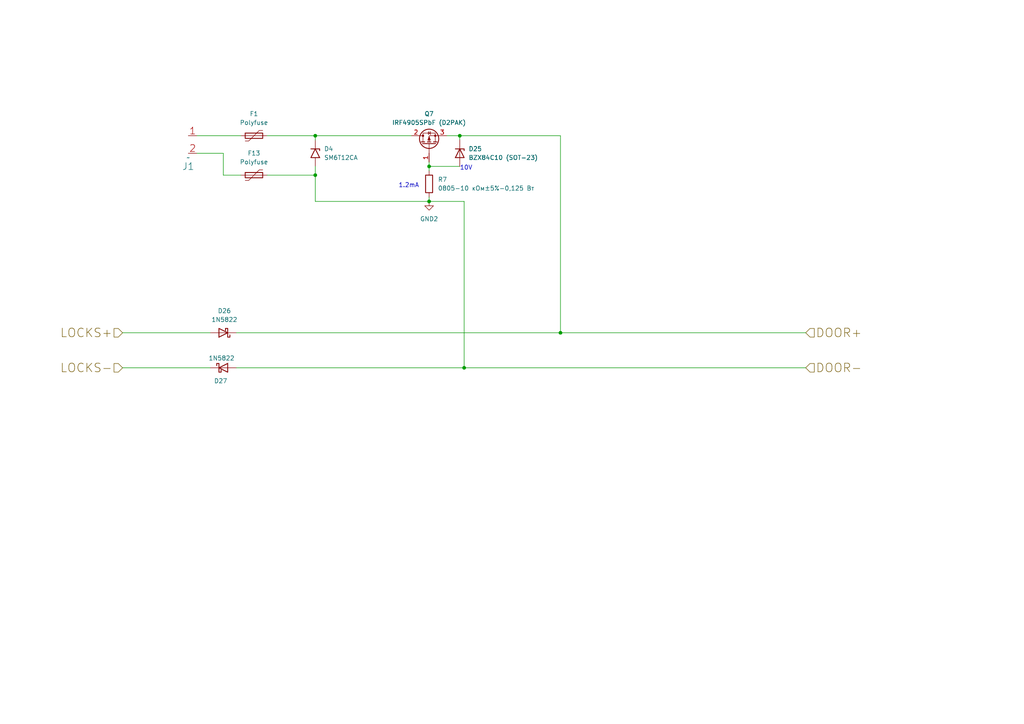
<source format=kicad_sch>
(kicad_sch (version 20231120) (generator "eeschema") (generator_version "8.0")
  (paper "A4")
  (lib_symbols
    (symbol "Connector:Conn_01x02_(wide)"
      (property "Reference" "J" (at 0 0 0))
      (symbol "Conn_01x02_(wide)_1_1"
        (pin input line (at -2.54 -5.08 0) (length 2.54) (name "") (number "1"))
        (pin input line (at -2.54 -10.16 0) (length 2.54) (name "") (number "2"))
      )
    )
    (symbol "Device:Polyfuse" (pin_numbers hide) (pin_names (offset 0))
      (property "Reference" "F" (at -2.54 0 90))
      (property "Value" "Polyfuse" (at 2.54 0 90))
      (symbol "Polyfuse_0_1"
        (rectangle (start -0.762 2.54) (end 0.762 -2.54) (stroke (width 0.254)))
        (polyline (pts (xy 0 2.54) (xy 0 -2.54)))
        (polyline (pts (xy -1.524 2.54) (xy -1.524 1.524) (xy 1.524 -1.524) (xy 1.524 -2.54)))
      )
      (symbol "Polyfuse_1_1"
        (pin passive line (at 0 3.81 270) (length 1.27) (name "~") (number "1"))
        (pin passive line (at 0 -3.81 90) (length 1.27) (name "~") (number "2"))
      )
    )
    (symbol "Device:R" (pin_numbers hide) (pin_names (offset 0))
      (property "Reference" "R" (at 2.032 0 90))
      (property "Value" "R" (at 0 0 90))
      (symbol "R_0_1"
        (rectangle (start -1.016 -2.54) (end 1.016 2.54) (stroke (width 0.254)))
      )
      (symbol "R_1_1"
        (pin passive line (at 0 3.81 270) (length 1.27) (name "~") (number "1"))
        (pin passive line (at 0 -3.81 90) (length 1.27) (name "~") (number "2"))
      )
    )
    (symbol "Diode:1N5822" (pin_numbers hide) (pin_names (offset 1.016) hide)
      (property "Reference" "D" (at 0 2.54 0))
      (property "Value" "1N5822" (at 0 -2.54 0))
      (symbol "1N5822_0_1"
        (polyline (pts (xy 1.27 0) (xy -1.27 0)))
        (polyline (pts (xy 1.27 1.27) (xy 1.27 -1.27) (xy -1.27 0) (xy 1.27 1.27)) (stroke (width 0.254)))
        (polyline (pts (xy -1.905 0.635) (xy -1.905 1.27) (xy -1.27 1.27) (xy -1.27 -1.27) (xy -0.635 -1.27) (xy -0.635 -0.635)) (stroke (width 0.254)))
      )
      (symbol "1N5822_1_1"
        (pin passive line (at -3.81 0 0) (length 2.54) (name "K") (number "1"))
        (pin passive line (at 3.81 0 180) (length 2.54) (name "A") (number "2"))
      )
    )
    (symbol "Diode:BZX84Cxx" (pin_numbers hide) (pin_names hide)
      (property "Reference" "D" (at 0 3.81 0))
      (property "Value" "BZX84Cxx" (at 0 -3.81 0))
      (symbol "BZX84Cxx_0_1"
        (polyline (pts (xy 1.27 0) (xy -1.27 0)))
        (polyline (pts (xy -1.27 -1.27) (xy -1.27 1.27) (xy -0.762 1.27)) (stroke (width 0.254)))
        (polyline (pts (xy 1.27 -1.27) (xy 1.27 1.27) (xy -1.27 0) (xy 1.27 -1.27)) (stroke (width 0.254)))
      )
      (symbol "BZX84Cxx_1_1"
        (pin passive line (at 3.81 0 180) (length 2.54) (name "A") (number "1"))
        (pin no_connect line (at 1.27 0 180) (length 2.54) hide (name "NC") (number "2"))
        (pin passive line (at -3.81 0 0) (length 2.54) (name "K") (number "3"))
      )
    )
    (symbol "Diode:SM6T12A" (pin_numbers hide) (pin_names (offset 1.016) hide)
      (property "Reference" "D" (at 0 2.54 0))
      (property "Value" "SM6T12A" (at 0 -2.54 0))
      (symbol "SM6T12A_0_1"
        (polyline (pts (xy -0.762 1.27) (xy -1.27 1.27) (xy -1.27 -1.27)) (stroke (width 0.254)))
        (polyline (pts (xy 1.27 1.27) (xy 1.27 -1.27) (xy -1.27 0) (xy 1.27 1.27)) (stroke (width 0.254)))
      )
      (symbol "SM6T12A_1_1"
        (pin passive line (at -3.81 0 0) (length 2.54) (name "A1") (number "1"))
        (pin passive line (at 3.81 0 180) (length 2.54) (name "A2") (number "2"))
      )
    )
    (symbol "Transistor_FET:IRF4905" (pin_names hide)
      (property "Reference" "Q" (at 5.08 1.905 0))
      (property "Value" "IRF4905" (at 5.08 0 0))
      (symbol "IRF4905_0_1"
        (polyline (pts (xy 0.254 0) (xy -2.54 0)))
        (polyline (pts (xy 0.254 1.905) (xy 0.254 -1.905)) (stroke (width 0.254)))
        (polyline (pts (xy 0.762 -1.27) (xy 0.762 -2.286)) (stroke (width 0.254)))
        (polyline (pts (xy 0.762 0.508) (xy 0.762 -0.508)) (stroke (width 0.254)))
        (polyline (pts (xy 0.762 2.286) (xy 0.762 1.27)) (stroke (width 0.254)))
        (polyline (pts (xy 2.54 2.54) (xy 2.54 1.778)))
        (polyline (pts (xy 2.54 -2.54) (xy 2.54 0) (xy 0.762 0)))
        (polyline (pts (xy 0.762 1.778) (xy 3.302 1.778) (xy 3.302 -1.778) (xy 0.762 -1.778)))
        (polyline (pts (xy 2.286 0) (xy 1.27 0.381) (xy 1.27 -0.381) (xy 2.286 0)) (fill (type outline)))
        (polyline (pts (xy 2.794 -0.508) (xy 2.921 -0.381) (xy 3.683 -0.381) (xy 3.81 -0.254)))
        (polyline (pts (xy 3.302 -0.381) (xy 2.921 0.254) (xy 3.683 0.254) (xy 3.302 -0.381)))
        (circle (center 1.651 0) (radius 2.794) (stroke (width 0.254)))
        (circle (center 2.54 -1.778) (radius 0.254) (fill (type outline)))
        (circle (center 2.54 1.778) (radius 0.254) (fill (type outline)))
      )
      (symbol "IRF4905_1_1"
        (pin input line (at -5.08 0 0) (length 2.54) (name "G") (number "1"))
        (pin passive line (at 2.54 5.08 270) (length 2.54) (name "D") (number "2"))
        (pin passive line (at 2.54 -5.08 90) (length 2.54) (name "S") (number "3"))
      )
    )
    (symbol "power:GND2" (power) (pin_numbers hide) (pin_names (offset 0) hide)
      (property "Value" "GND2" (at 0 -3.81 0))
      (symbol "GND2_0_1"
        (polyline (pts (xy 0 0) (xy 0 -1.27) (xy 1.27 -1.27) (xy 0 -2.54) (xy -1.27 -1.27) (xy 0 -1.27)))
      )
      (symbol "GND2_1_1"
        (pin power_in line (at 0 0 270) (length 0) (name "~") (number "1"))
      )
    )
  )
  (junction (at 124.46 48.26))
  (junction (at 133.35 39.37))
  (junction (at 91.44 50.8))
  (junction (at 124.46 58.42))
  (junction (at 134.62 106.68))
  (junction (at 91.44 39.37))
  (junction (at 162.56 96.52))
  (wire (pts (xy 124.46 58.42) (xy 124.46 57.15)))
  (wire (pts (xy 35.56 106.68) (xy 60.96 106.68)))
  (wire (pts (xy 133.35 39.37) (xy 162.56 39.37)))
  (wire (pts (xy 162.56 39.37) (xy 162.56 96.52)))
  (wire (pts (xy 129.54 39.37) (xy 133.35 39.37)))
  (wire (pts (xy 124.46 48.26) (xy 124.46 49.53)))
  (wire (pts (xy 57.15 39.37) (xy 69.85 39.37)))
  (wire (pts (xy 64.77 44.45) (xy 64.77 50.8)))
  (wire (pts (xy 124.46 58.42) (xy 134.62 58.42)))
  (wire (pts (xy 35.56 96.52) (xy 60.96 96.52)))
  (wire (pts (xy 134.62 106.68) (xy 233.68 106.68)))
  (wire (pts (xy 91.44 39.37) (xy 119.38 39.37)))
  (wire (pts (xy 91.44 58.42) (xy 124.46 58.42)))
  (wire (pts (xy 68.58 106.68) (xy 134.62 106.68)))
  (wire (pts (xy 134.62 58.42) (xy 134.62 106.68)))
  (wire (pts (xy 162.56 96.52) (xy 233.68 96.52)))
  (wire (pts (xy 91.44 50.8) (xy 91.44 58.42)))
  (wire (pts (xy 124.46 46.99) (xy 124.46 48.26)))
  (wire (pts (xy 91.44 50.8) (xy 91.44 48.26)))
  (wire (pts (xy 133.35 39.37) (xy 133.35 40.64)))
  (wire (pts (xy 77.47 39.37) (xy 91.44 39.37)))
  (wire (pts (xy 57.15 44.45) (xy 64.77 44.45)))
  (wire (pts (xy 91.44 40.64) (xy 91.44 39.37)))
  (wire (pts (xy 68.58 96.52) (xy 162.56 96.52)))
  (wire (pts (xy 77.47 50.8) (xy 91.44 50.8)))
  (wire (pts (xy 133.35 48.26) (xy 124.46 48.26)))
  (wire (pts (xy 64.77 50.8) (xy 69.85 50.8)))
  (text "10V" (at 133.35 49.53 0) (effects (font (size 1.27 1.27)) (justify left bottom)))
  (text "1.2mA" (at 115.57 54.61 0) (effects (font (size 1.27 1.27)) (justify left bottom)))
  (hierarchical_label "LOCKS-" (shape input) (at 35.56 106.68 180) (effects (font (size 2.5 2.5))))
  (hierarchical_label "DOOR+" (shape input) (at 233.68 96.52 0) (effects (font (size 2.5 2.5))))
  (hierarchical_label "LOCKS+" (shape input) (at 35.56 96.52 180) (effects (font (size 2.5 2.5))))
  (hierarchical_label "DOOR-" (shape input) (at 233.68 106.68 0) (effects (font (size 2.5 2.5))))
  (symbol (lib_id "Connector:Conn_01x02_(wide)") (at 54.61 34.29 0) (mirror y) (unit 1)
    (property "Reference" "J1" (at 54.61 48.26 0) (effects (font (size 2 2))))
    (property "Value" "~" (at 54.61 45.72 0))
    (instances (project "Узел Питания и управления" (path "" (reference "J1") (unit 1)) (path "" (reference "J10") (unit 1)) (path "" (reference "J11") (unit 1)) (path "" (reference "J8") (unit 1)) (path "" (reference "J9") (unit 1)) (path "" (reference "J12") (unit 1)) (path "" (reference "J3") (unit 1)) (path "" (reference "J6") (unit 1)) (path "" (reference "J5") (unit 1)) (path "" (reference "J2") (unit 1)) (path "" (reference "J4") (unit 1)) (path "" (reference "J7") (unit 1))))
  )
  (symbol (lib_id "Transistor_FET:IRF4905") (at 124.46 41.91 90) (unit 1)
    (property "Reference" "Q7" (at 124.46 33.02 90))
    (property "Value" "IRF4905SPbF (D2PAK)" (at 124.46 35.56 90))
    (property "Footprint" "Package_TO_SOT_SMD:TO-263-2" (effects (hide yes)))
    (property "Datasheet" "http://www.infineon.com/dgdl/irf4905.pdf?fileId=5546d462533600a4015355e32165197c" (effects (hide yes)))
    (property "Description" "-74A Id, -55V Vds, Single P-Channel HEXFET Power MOSFET, 20mOhm Ron, TO-220AB" (effects (hide yes)))
    (instances (project "Узел Питания и управления" (path "" (reference "Q7") (unit 1)) (path "" (reference "Q10") (unit 1)) (path "" (reference "Q11") (unit 1)) (path "" (reference "Q8") (unit 1)) (path "" (reference "Q9") (unit 1)) (path "" (reference "Q12") (unit 1)) (path "" (reference "Q2") (unit 1)) (path "" (reference "Q5") (unit 1)) (path "" (reference "Q4") (unit 1)) (path "" (reference "Q1") (unit 1)) (path "" (reference "Q3") (unit 1)) (path "" (reference "Q6") (unit 1))))
  )
  (symbol (lib_id "Device:Polyfuse") (at 73.66 39.37 90) (unit 1)
    (property "Reference" "F1" (at 73.66 33.02 90))
    (property "Value" "Polyfuse" (at 73.66 35.56 90))
    (property "Description" "Resettable fuse, polymeric positive temperature coefficient" (effects (hide yes)))
    (instances (project "Узел Питания и управления" (path "" (reference "F1") (unit 1)) (path "" (reference "F18") (unit 1)) (path "" (reference "F20") (unit 1)) (path "" (reference "F14") (unit 1)) (path "" (reference "F16") (unit 1)) (path "" (reference "F22") (unit 1)) (path "" (reference "F3") (unit 1)) (path "" (reference "F9") (unit 1)) (path "" (reference "F7") (unit 1)) (path "" (reference "F?") (unit 1)) (path "" (reference "F5") (unit 1)) (path "" (reference "F11") (unit 1))))
  )
  (symbol (lib_id "Diode:BZX84Cxx") (at 133.35 44.45 270) (unit 1)
    (property "Reference" "D25" (at 135.89 43.18 90) (effects (justify left)))
    (property "Value" "BZX84C10 (SOT-23)" (at 135.89 45.72 90) (effects (justify left)))
    (property "Footprint" "Package_TO_SOT_SMD:SOT-23" (effects (hide yes)))
    (property "Datasheet" "https://diotec.com/tl_files/diotec/files/pdf/datasheets/bzx84c2v4.pdf" (effects (hide yes)))
    (property "Description" "300mW Zener Diode, SOT-23" (effects (hide yes)))
    (instances (project "Узел Питания и управления" (path "" (reference "D25") (unit 1)) (path "" (reference "D37") (unit 1)) (path "" (reference "D41") (unit 1)) (path "" (reference "D29") (unit 1)) (path "" (reference "D33") (unit 1)) (path "" (reference "D45") (unit 1)) (path "" (reference "D6") (unit 1)) (path "" (reference "D18") (unit 1)) (path "" (reference "D14") (unit 1)) (path "" (reference "D3") (unit 1)) (path "" (reference "D10") (unit 1)) (path "" (reference "D22") (unit 1))))
  )
  (symbol (lib_id "Device:R") (at 124.46 53.34 0) (unit 1)
    (property "Reference" "R7" (at 127 52.07 0) (effects (justify left)))
    (property "Value" "0805-10 кОм±5%-0,125 Вт" (at 127 54.61 0) (effects (justify left)))
    (property "Footprint" "Resistor_SMD:R_0805_2012Metric" (effects (hide yes)))
    (property "Description" "Resistor" (effects (hide yes)))
    (instances (project "Узел Питания и управления" (path "" (reference "R7") (unit 1)) (path "" (reference "R10") (unit 1)) (path "" (reference "R11") (unit 1)) (path "" (reference "R8") (unit 1)) (path "" (reference "R9") (unit 1)) (path "" (reference "R12") (unit 1)) (path "" (reference "R2") (unit 1)) (path "" (reference "R5") (unit 1)) (path "" (reference "R4") (unit 1)) (path "" (reference "R1") (unit 1)) (path "" (reference "R3") (unit 1)) (path "" (reference "R6") (unit 1))))
  )
  (symbol (lib_id "Diode:SM6T12A") (at 91.44 44.45 270) (unit 1)
    (property "Reference" "D4" (at 93.98 43.1799 90) (effects (justify left)))
    (property "Value" "SM6T12CA" (at 93.98 45.7199 90) (effects (justify left)))
    (property "Footprint" "Diode_SMD:D_SMB" (effects (hide yes)))
    (property "Datasheet" "https://www.st.com/resource/en/datasheet/sm6t.pdf" (effects (hide yes)))
    (property "Description" "600W unidirectional Transil Transient Voltage Suppressor, 12Vrwm, DO-214AA" (effects (hide yes)))
    (instances (project "Узел Питания и управления" (path "" (reference "D4") (unit 1)) (path "" (reference "D36") (unit 1)) (path "" (reference "D40") (unit 1)) (path "" (reference "D28") (unit 1)) (path "" (reference "D32") (unit 1)) (path "" (reference "D44") (unit 1)) (path "" (reference "D5") (unit 1)) (path "" (reference "D17") (unit 1)) (path "" (reference "D13") (unit 1)) (path "" (reference "D?") (unit 1)) (path "" (reference "D9") (unit 1)) (path "" (reference "D21") (unit 1))))
  )
  (symbol (lib_id "Device:Polyfuse") (at 73.66 50.8 90) (unit 1)
    (property "Reference" "F13" (at 73.66 44.45 90))
    (property "Value" "Polyfuse" (at 73.66 46.99 90))
    (property "Description" "Resettable fuse, polymeric positive temperature coefficient" (effects (hide yes)))
    (instances (project "Узел Питания и управления" (path "" (reference "F13") (unit 1)) (path "" (reference "F19") (unit 1)) (path "" (reference "F21") (unit 1)) (path "" (reference "F15") (unit 1)) (path "" (reference "F17") (unit 1)) (path "" (reference "F23") (unit 1)) (path "" (reference "F4") (unit 1)) (path "" (reference "F10") (unit 1)) (path "" (reference "F8") (unit 1)) (path "" (reference "F2") (unit 1)) (path "" (reference "F6") (unit 1)) (path "" (reference "F12") (unit 1))))
  )
  (symbol (lib_id "Diode:1N5822") (at 64.77 106.68 0) (unit 1)
    (property "Reference" "D27" (at 64.008 110.49 0))
    (property "Value" "1N5822" (at 64.262 103.886 0))
    (property "Footprint" "Diode_THT:D_DO-201AD_P15.24mm_Horizontal" (effects (hide yes)))
    (property "Datasheet" "http://www.vishay.com/docs/88526/1n5820.pdf" (effects (hide yes)))
    (property "Description" "40V 3A Schottky Barrier Rectifier Diode, DO-201AD" (effects (hide yes)))
    (instances (project "Узел Питания и управления" (path "" (reference "D27") (unit 1)) (path "" (reference "D39") (unit 1)) (path "" (reference "D43") (unit 1)) (path "" (reference "D31") (unit 1)) (path "" (reference "D35") (unit 1)) (path "" (reference "D47") (unit 1)) (path "" (reference "D8") (unit 1)) (path "" (reference "D20") (unit 1)) (path "" (reference "D16") (unit 1)) (path "" (reference "D2") (unit 1)) (path "" (reference "D12") (unit 1)) (path "" (reference "D24") (unit 1))))
  )
  (symbol (lib_id "power:GND2") (at 124.46 58.42 0) (unit 1)
    (property "Reference" "#PWR08" (effects (hide yes)))
    (property "Value" "GND2" (at 124.46 63.5 0))
    (property "Description" "Power symbol creates a global label with name \"GND2\" , ground" (effects (hide yes)))
    (instances (project "Узел Питания и управления" (path "" (reference "#PWR08") (unit 1)) (path "" (reference "#PWR011") (unit 1)) (path "" (reference "#PWR012") (unit 1)) (path "" (reference "#PWR09") (unit 1)) (path "" (reference "#PWR010") (unit 1)) (path "" (reference "#PWR013") (unit 1)) (path "" (reference "#PWR03") (unit 1)) (path "" (reference "#PWR06") (unit 1)) (path "" (reference "#PWR05") (unit 1)) (path "" (reference "#PWR02") (unit 1)) (path "" (reference "#PWR04") (unit 1)) (path "" (reference "#PWR07") (unit 1))))
  )
  (symbol (lib_id "Diode:1N5822") (at 64.77 96.52 180) (unit 1)
    (property "Reference" "D26" (at 65.0875 90.17 0))
    (property "Value" "1N5822" (at 65.0875 92.71 0))
    (property "Footprint" "Diode_THT:D_DO-201AD_P15.24mm_Horizontal" (effects (hide yes)))
    (property "Datasheet" "http://www.vishay.com/docs/88526/1n5820.pdf" (effects (hide yes)))
    (property "Description" "40V 3A Schottky Barrier Rectifier Diode, DO-201AD" (effects (hide yes)))
    (instances (project "Узел Питания и управления" (path "" (reference "D26") (unit 1)) (path "" (reference "D38") (unit 1)) (path "" (reference "D42") (unit 1)) (path "" (reference "D30") (unit 1)) (path "" (reference "D34") (unit 1)) (path "" (reference "D46") (unit 1)) (path "" (reference "D7") (unit 1)) (path "" (reference "D19") (unit 1)) (path "" (reference "D15") (unit 1)) (path "" (reference "D1") (unit 1)) (path "" (reference "D11") (unit 1)) (path "" (reference "D23") (unit 1))))
  )
)
</source>
